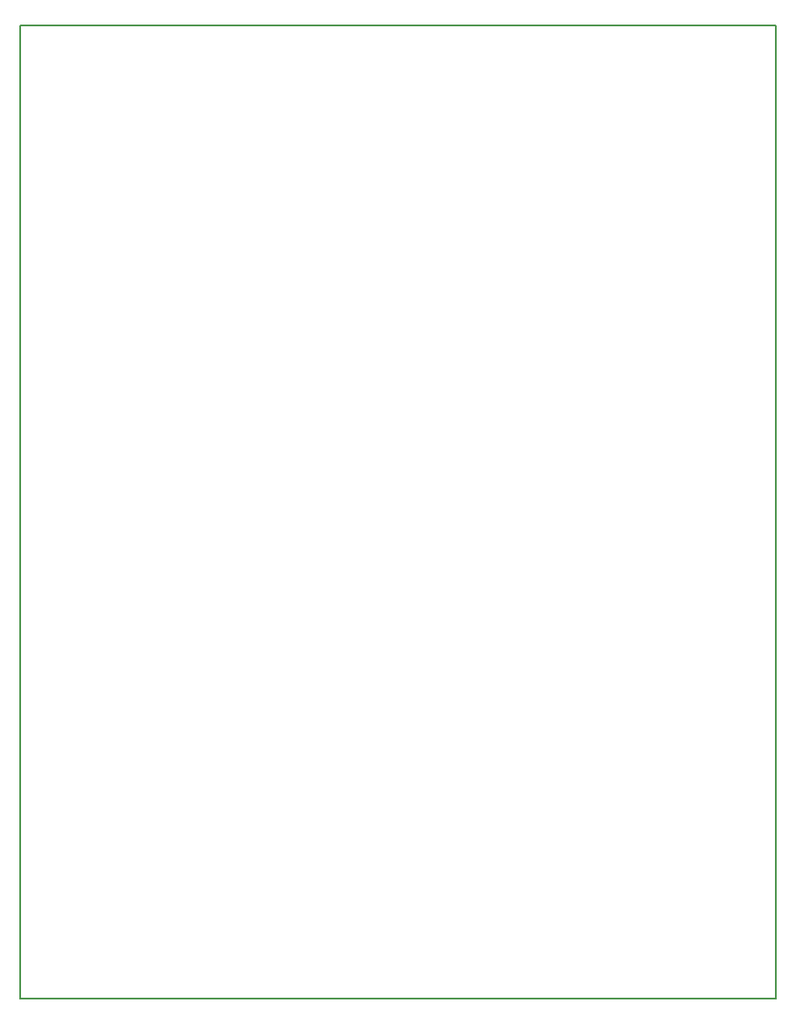
<source format=gm1>
G04 #@! TF.GenerationSoftware,KiCad,Pcbnew,5.0.2-bee76a0~70~ubuntu18.04.1*
G04 #@! TF.CreationDate,2018-12-21T13:31:27+01:00*
G04 #@! TF.ProjectId,8FilPilotes_Base,3846696c-5069-46c6-9f74-65735f426173,rev?*
G04 #@! TF.SameCoordinates,Original*
G04 #@! TF.FileFunction,Profile,NP*
%FSLAX46Y46*%
G04 Gerber Fmt 4.6, Leading zero omitted, Abs format (unit mm)*
G04 Created by KiCad (PCBNEW 5.0.2-bee76a0~70~ubuntu18.04.1) date ven. 21 déc. 2018 13:31:27 CET*
%MOMM*%
%LPD*%
G01*
G04 APERTURE LIST*
%ADD10C,0.200000*%
%ADD11C,0.150000*%
G04 APERTURE END LIST*
D10*
X202000000Y-143000000D02*
X129000000Y-143000000D01*
D11*
X202000000Y-49000000D02*
X202000000Y-143000000D01*
D10*
X202000000Y-49000000D02*
X129000000Y-49000000D01*
X129000000Y-49000000D02*
X129000000Y-143000000D01*
M02*

</source>
